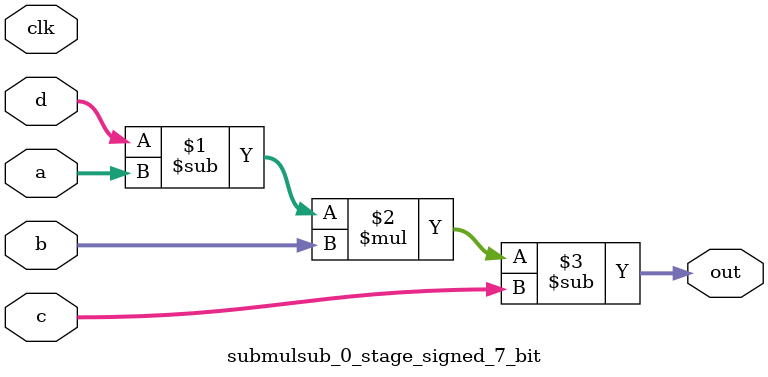
<source format=sv>
(* use_dsp = "yes" *) module submulsub_0_stage_signed_7_bit(
	input signed [6:0] a,
	input signed [6:0] b,
	input signed [6:0] c,
	input signed [6:0] d,
	output [6:0] out,
	input clk);

	assign out = ((d - a) * b) - c;
endmodule

</source>
